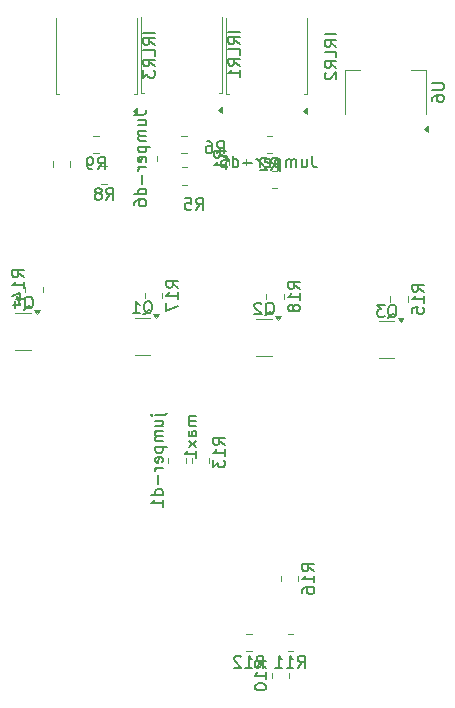
<source format=gbr>
%TF.GenerationSoftware,KiCad,Pcbnew,8.0.5*%
%TF.CreationDate,2024-10-28T11:16:19+03:00*%
%TF.ProjectId,IoTmanager,496f546d-616e-4616-9765-722e6b696361,rev?*%
%TF.SameCoordinates,Original*%
%TF.FileFunction,Legend,Bot*%
%TF.FilePolarity,Positive*%
%FSLAX46Y46*%
G04 Gerber Fmt 4.6, Leading zero omitted, Abs format (unit mm)*
G04 Created by KiCad (PCBNEW 8.0.5) date 2024-10-28 11:16:19*
%MOMM*%
%LPD*%
G01*
G04 APERTURE LIST*
%ADD10C,0.150000*%
%ADD11C,0.120000*%
G04 APERTURE END LIST*
D10*
X94649819Y-98768095D02*
X93983152Y-98768095D01*
X94078390Y-98768095D02*
X94030771Y-98815714D01*
X94030771Y-98815714D02*
X93983152Y-98910952D01*
X93983152Y-98910952D02*
X93983152Y-99053809D01*
X93983152Y-99053809D02*
X94030771Y-99149047D01*
X94030771Y-99149047D02*
X94126009Y-99196666D01*
X94126009Y-99196666D02*
X94649819Y-99196666D01*
X94126009Y-99196666D02*
X94030771Y-99244285D01*
X94030771Y-99244285D02*
X93983152Y-99339523D01*
X93983152Y-99339523D02*
X93983152Y-99482380D01*
X93983152Y-99482380D02*
X94030771Y-99577619D01*
X94030771Y-99577619D02*
X94126009Y-99625238D01*
X94126009Y-99625238D02*
X94649819Y-99625238D01*
X94649819Y-100529999D02*
X94126009Y-100529999D01*
X94126009Y-100529999D02*
X94030771Y-100482380D01*
X94030771Y-100482380D02*
X93983152Y-100387142D01*
X93983152Y-100387142D02*
X93983152Y-100196666D01*
X93983152Y-100196666D02*
X94030771Y-100101428D01*
X94602200Y-100529999D02*
X94649819Y-100434761D01*
X94649819Y-100434761D02*
X94649819Y-100196666D01*
X94649819Y-100196666D02*
X94602200Y-100101428D01*
X94602200Y-100101428D02*
X94506961Y-100053809D01*
X94506961Y-100053809D02*
X94411723Y-100053809D01*
X94411723Y-100053809D02*
X94316485Y-100101428D01*
X94316485Y-100101428D02*
X94268866Y-100196666D01*
X94268866Y-100196666D02*
X94268866Y-100434761D01*
X94268866Y-100434761D02*
X94221247Y-100529999D01*
X94649819Y-100910952D02*
X93983152Y-101434761D01*
X93983152Y-100910952D02*
X94649819Y-101434761D01*
X94649819Y-102339523D02*
X94649819Y-101768095D01*
X94649819Y-102053809D02*
X93649819Y-102053809D01*
X93649819Y-102053809D02*
X93792676Y-101958571D01*
X93792676Y-101958571D02*
X93887914Y-101863333D01*
X93887914Y-101863333D02*
X93935533Y-101768095D01*
X80054819Y-87057142D02*
X79578628Y-86723809D01*
X80054819Y-86485714D02*
X79054819Y-86485714D01*
X79054819Y-86485714D02*
X79054819Y-86866666D01*
X79054819Y-86866666D02*
X79102438Y-86961904D01*
X79102438Y-86961904D02*
X79150057Y-87009523D01*
X79150057Y-87009523D02*
X79245295Y-87057142D01*
X79245295Y-87057142D02*
X79388152Y-87057142D01*
X79388152Y-87057142D02*
X79483390Y-87009523D01*
X79483390Y-87009523D02*
X79531009Y-86961904D01*
X79531009Y-86961904D02*
X79578628Y-86866666D01*
X79578628Y-86866666D02*
X79578628Y-86485714D01*
X80054819Y-88009523D02*
X80054819Y-87438095D01*
X80054819Y-87723809D02*
X79054819Y-87723809D01*
X79054819Y-87723809D02*
X79197676Y-87628571D01*
X79197676Y-87628571D02*
X79292914Y-87533333D01*
X79292914Y-87533333D02*
X79340533Y-87438095D01*
X79388152Y-88866666D02*
X80054819Y-88866666D01*
X79007200Y-88628571D02*
X79721485Y-88390476D01*
X79721485Y-88390476D02*
X79721485Y-89009523D01*
X106499819Y-66494048D02*
X105499819Y-66494048D01*
X106499819Y-67541666D02*
X106023628Y-67208333D01*
X106499819Y-66970238D02*
X105499819Y-66970238D01*
X105499819Y-66970238D02*
X105499819Y-67351190D01*
X105499819Y-67351190D02*
X105547438Y-67446428D01*
X105547438Y-67446428D02*
X105595057Y-67494047D01*
X105595057Y-67494047D02*
X105690295Y-67541666D01*
X105690295Y-67541666D02*
X105833152Y-67541666D01*
X105833152Y-67541666D02*
X105928390Y-67494047D01*
X105928390Y-67494047D02*
X105976009Y-67446428D01*
X105976009Y-67446428D02*
X106023628Y-67351190D01*
X106023628Y-67351190D02*
X106023628Y-66970238D01*
X106499819Y-68446428D02*
X106499819Y-67970238D01*
X106499819Y-67970238D02*
X105499819Y-67970238D01*
X106499819Y-69351190D02*
X106023628Y-69017857D01*
X106499819Y-68779762D02*
X105499819Y-68779762D01*
X105499819Y-68779762D02*
X105499819Y-69160714D01*
X105499819Y-69160714D02*
X105547438Y-69255952D01*
X105547438Y-69255952D02*
X105595057Y-69303571D01*
X105595057Y-69303571D02*
X105690295Y-69351190D01*
X105690295Y-69351190D02*
X105833152Y-69351190D01*
X105833152Y-69351190D02*
X105928390Y-69303571D01*
X105928390Y-69303571D02*
X105976009Y-69255952D01*
X105976009Y-69255952D02*
X106023628Y-69160714D01*
X106023628Y-69160714D02*
X106023628Y-68779762D01*
X105595057Y-69732143D02*
X105547438Y-69779762D01*
X105547438Y-69779762D02*
X105499819Y-69875000D01*
X105499819Y-69875000D02*
X105499819Y-70113095D01*
X105499819Y-70113095D02*
X105547438Y-70208333D01*
X105547438Y-70208333D02*
X105595057Y-70255952D01*
X105595057Y-70255952D02*
X105690295Y-70303571D01*
X105690295Y-70303571D02*
X105785533Y-70303571D01*
X105785533Y-70303571D02*
X105928390Y-70255952D01*
X105928390Y-70255952D02*
X106499819Y-69684524D01*
X106499819Y-69684524D02*
X106499819Y-70303571D01*
X91119819Y-66354048D02*
X90119819Y-66354048D01*
X91119819Y-67401666D02*
X90643628Y-67068333D01*
X91119819Y-66830238D02*
X90119819Y-66830238D01*
X90119819Y-66830238D02*
X90119819Y-67211190D01*
X90119819Y-67211190D02*
X90167438Y-67306428D01*
X90167438Y-67306428D02*
X90215057Y-67354047D01*
X90215057Y-67354047D02*
X90310295Y-67401666D01*
X90310295Y-67401666D02*
X90453152Y-67401666D01*
X90453152Y-67401666D02*
X90548390Y-67354047D01*
X90548390Y-67354047D02*
X90596009Y-67306428D01*
X90596009Y-67306428D02*
X90643628Y-67211190D01*
X90643628Y-67211190D02*
X90643628Y-66830238D01*
X91119819Y-68306428D02*
X91119819Y-67830238D01*
X91119819Y-67830238D02*
X90119819Y-67830238D01*
X91119819Y-69211190D02*
X90643628Y-68877857D01*
X91119819Y-68639762D02*
X90119819Y-68639762D01*
X90119819Y-68639762D02*
X90119819Y-69020714D01*
X90119819Y-69020714D02*
X90167438Y-69115952D01*
X90167438Y-69115952D02*
X90215057Y-69163571D01*
X90215057Y-69163571D02*
X90310295Y-69211190D01*
X90310295Y-69211190D02*
X90453152Y-69211190D01*
X90453152Y-69211190D02*
X90548390Y-69163571D01*
X90548390Y-69163571D02*
X90596009Y-69115952D01*
X90596009Y-69115952D02*
X90643628Y-69020714D01*
X90643628Y-69020714D02*
X90643628Y-68639762D01*
X90119819Y-69544524D02*
X90119819Y-70163571D01*
X90119819Y-70163571D02*
X90500771Y-69830238D01*
X90500771Y-69830238D02*
X90500771Y-69973095D01*
X90500771Y-69973095D02*
X90548390Y-70068333D01*
X90548390Y-70068333D02*
X90596009Y-70115952D01*
X90596009Y-70115952D02*
X90691247Y-70163571D01*
X90691247Y-70163571D02*
X90929342Y-70163571D01*
X90929342Y-70163571D02*
X91024580Y-70115952D01*
X91024580Y-70115952D02*
X91072200Y-70068333D01*
X91072200Y-70068333D02*
X91119819Y-69973095D01*
X91119819Y-69973095D02*
X91119819Y-69687381D01*
X91119819Y-69687381D02*
X91072200Y-69592143D01*
X91072200Y-69592143D02*
X91024580Y-69544524D01*
X93104819Y-87944642D02*
X92628628Y-87611309D01*
X93104819Y-87373214D02*
X92104819Y-87373214D01*
X92104819Y-87373214D02*
X92104819Y-87754166D01*
X92104819Y-87754166D02*
X92152438Y-87849404D01*
X92152438Y-87849404D02*
X92200057Y-87897023D01*
X92200057Y-87897023D02*
X92295295Y-87944642D01*
X92295295Y-87944642D02*
X92438152Y-87944642D01*
X92438152Y-87944642D02*
X92533390Y-87897023D01*
X92533390Y-87897023D02*
X92581009Y-87849404D01*
X92581009Y-87849404D02*
X92628628Y-87754166D01*
X92628628Y-87754166D02*
X92628628Y-87373214D01*
X93104819Y-88897023D02*
X93104819Y-88325595D01*
X93104819Y-88611309D02*
X92104819Y-88611309D01*
X92104819Y-88611309D02*
X92247676Y-88516071D01*
X92247676Y-88516071D02*
X92342914Y-88420833D01*
X92342914Y-88420833D02*
X92390533Y-88325595D01*
X92104819Y-89230357D02*
X92104819Y-89897023D01*
X92104819Y-89897023D02*
X93104819Y-89468452D01*
X113904819Y-88269642D02*
X113428628Y-87936309D01*
X113904819Y-87698214D02*
X112904819Y-87698214D01*
X112904819Y-87698214D02*
X112904819Y-88079166D01*
X112904819Y-88079166D02*
X112952438Y-88174404D01*
X112952438Y-88174404D02*
X113000057Y-88222023D01*
X113000057Y-88222023D02*
X113095295Y-88269642D01*
X113095295Y-88269642D02*
X113238152Y-88269642D01*
X113238152Y-88269642D02*
X113333390Y-88222023D01*
X113333390Y-88222023D02*
X113381009Y-88174404D01*
X113381009Y-88174404D02*
X113428628Y-88079166D01*
X113428628Y-88079166D02*
X113428628Y-87698214D01*
X113904819Y-89222023D02*
X113904819Y-88650595D01*
X113904819Y-88936309D02*
X112904819Y-88936309D01*
X112904819Y-88936309D02*
X113047676Y-88841071D01*
X113047676Y-88841071D02*
X113142914Y-88745833D01*
X113142914Y-88745833D02*
X113190533Y-88650595D01*
X112904819Y-90126785D02*
X112904819Y-89650595D01*
X112904819Y-89650595D02*
X113381009Y-89602976D01*
X113381009Y-89602976D02*
X113333390Y-89650595D01*
X113333390Y-89650595D02*
X113285771Y-89745833D01*
X113285771Y-89745833D02*
X113285771Y-89983928D01*
X113285771Y-89983928D02*
X113333390Y-90079166D01*
X113333390Y-90079166D02*
X113381009Y-90126785D01*
X113381009Y-90126785D02*
X113476247Y-90174404D01*
X113476247Y-90174404D02*
X113714342Y-90174404D01*
X113714342Y-90174404D02*
X113809580Y-90126785D01*
X113809580Y-90126785D02*
X113857200Y-90079166D01*
X113857200Y-90079166D02*
X113904819Y-89983928D01*
X113904819Y-89983928D02*
X113904819Y-89745833D01*
X113904819Y-89745833D02*
X113857200Y-89650595D01*
X113857200Y-89650595D02*
X113809580Y-89602976D01*
X80057738Y-89800057D02*
X80152976Y-89752438D01*
X80152976Y-89752438D02*
X80248214Y-89657200D01*
X80248214Y-89657200D02*
X80391071Y-89514342D01*
X80391071Y-89514342D02*
X80486309Y-89466723D01*
X80486309Y-89466723D02*
X80581547Y-89466723D01*
X80533928Y-89704819D02*
X80629166Y-89657200D01*
X80629166Y-89657200D02*
X80724404Y-89561961D01*
X80724404Y-89561961D02*
X80772023Y-89371485D01*
X80772023Y-89371485D02*
X80772023Y-89038152D01*
X80772023Y-89038152D02*
X80724404Y-88847676D01*
X80724404Y-88847676D02*
X80629166Y-88752438D01*
X80629166Y-88752438D02*
X80533928Y-88704819D01*
X80533928Y-88704819D02*
X80343452Y-88704819D01*
X80343452Y-88704819D02*
X80248214Y-88752438D01*
X80248214Y-88752438D02*
X80152976Y-88847676D01*
X80152976Y-88847676D02*
X80105357Y-89038152D01*
X80105357Y-89038152D02*
X80105357Y-89371485D01*
X80105357Y-89371485D02*
X80152976Y-89561961D01*
X80152976Y-89561961D02*
X80248214Y-89657200D01*
X80248214Y-89657200D02*
X80343452Y-89704819D01*
X80343452Y-89704819D02*
X80533928Y-89704819D01*
X79248214Y-89038152D02*
X79248214Y-89704819D01*
X79486309Y-88657200D02*
X79724404Y-89371485D01*
X79724404Y-89371485D02*
X79105357Y-89371485D01*
X94606666Y-81354819D02*
X94939999Y-80878628D01*
X95178094Y-81354819D02*
X95178094Y-80354819D01*
X95178094Y-80354819D02*
X94797142Y-80354819D01*
X94797142Y-80354819D02*
X94701904Y-80402438D01*
X94701904Y-80402438D02*
X94654285Y-80450057D01*
X94654285Y-80450057D02*
X94606666Y-80545295D01*
X94606666Y-80545295D02*
X94606666Y-80688152D01*
X94606666Y-80688152D02*
X94654285Y-80783390D01*
X94654285Y-80783390D02*
X94701904Y-80831009D01*
X94701904Y-80831009D02*
X94797142Y-80878628D01*
X94797142Y-80878628D02*
X95178094Y-80878628D01*
X93701904Y-80354819D02*
X94178094Y-80354819D01*
X94178094Y-80354819D02*
X94225713Y-80831009D01*
X94225713Y-80831009D02*
X94178094Y-80783390D01*
X94178094Y-80783390D02*
X94082856Y-80735771D01*
X94082856Y-80735771D02*
X93844761Y-80735771D01*
X93844761Y-80735771D02*
X93749523Y-80783390D01*
X93749523Y-80783390D02*
X93701904Y-80831009D01*
X93701904Y-80831009D02*
X93654285Y-80926247D01*
X93654285Y-80926247D02*
X93654285Y-81164342D01*
X93654285Y-81164342D02*
X93701904Y-81259580D01*
X93701904Y-81259580D02*
X93749523Y-81307200D01*
X93749523Y-81307200D02*
X93844761Y-81354819D01*
X93844761Y-81354819D02*
X94082856Y-81354819D01*
X94082856Y-81354819D02*
X94178094Y-81307200D01*
X94178094Y-81307200D02*
X94225713Y-81259580D01*
X100564819Y-120124642D02*
X100088628Y-119791309D01*
X100564819Y-119553214D02*
X99564819Y-119553214D01*
X99564819Y-119553214D02*
X99564819Y-119934166D01*
X99564819Y-119934166D02*
X99612438Y-120029404D01*
X99612438Y-120029404D02*
X99660057Y-120077023D01*
X99660057Y-120077023D02*
X99755295Y-120124642D01*
X99755295Y-120124642D02*
X99898152Y-120124642D01*
X99898152Y-120124642D02*
X99993390Y-120077023D01*
X99993390Y-120077023D02*
X100041009Y-120029404D01*
X100041009Y-120029404D02*
X100088628Y-119934166D01*
X100088628Y-119934166D02*
X100088628Y-119553214D01*
X100564819Y-121077023D02*
X100564819Y-120505595D01*
X100564819Y-120791309D02*
X99564819Y-120791309D01*
X99564819Y-120791309D02*
X99707676Y-120696071D01*
X99707676Y-120696071D02*
X99802914Y-120600833D01*
X99802914Y-120600833D02*
X99850533Y-120505595D01*
X99564819Y-121696071D02*
X99564819Y-121791309D01*
X99564819Y-121791309D02*
X99612438Y-121886547D01*
X99612438Y-121886547D02*
X99660057Y-121934166D01*
X99660057Y-121934166D02*
X99755295Y-121981785D01*
X99755295Y-121981785D02*
X99945771Y-122029404D01*
X99945771Y-122029404D02*
X100183866Y-122029404D01*
X100183866Y-122029404D02*
X100374342Y-121981785D01*
X100374342Y-121981785D02*
X100469580Y-121934166D01*
X100469580Y-121934166D02*
X100517200Y-121886547D01*
X100517200Y-121886547D02*
X100564819Y-121791309D01*
X100564819Y-121791309D02*
X100564819Y-121696071D01*
X100564819Y-121696071D02*
X100517200Y-121600833D01*
X100517200Y-121600833D02*
X100469580Y-121553214D01*
X100469580Y-121553214D02*
X100374342Y-121505595D01*
X100374342Y-121505595D02*
X100183866Y-121457976D01*
X100183866Y-121457976D02*
X99945771Y-121457976D01*
X99945771Y-121457976D02*
X99755295Y-121505595D01*
X99755295Y-121505595D02*
X99660057Y-121553214D01*
X99660057Y-121553214D02*
X99612438Y-121600833D01*
X99612438Y-121600833D02*
X99564819Y-121696071D01*
X91138152Y-98730357D02*
X91995295Y-98730357D01*
X91995295Y-98730357D02*
X92090533Y-98682738D01*
X92090533Y-98682738D02*
X92138152Y-98587500D01*
X92138152Y-98587500D02*
X92138152Y-98539881D01*
X90804819Y-98730357D02*
X90852438Y-98682738D01*
X90852438Y-98682738D02*
X90900057Y-98730357D01*
X90900057Y-98730357D02*
X90852438Y-98777976D01*
X90852438Y-98777976D02*
X90804819Y-98730357D01*
X90804819Y-98730357D02*
X90900057Y-98730357D01*
X91138152Y-99635118D02*
X91804819Y-99635118D01*
X91138152Y-99206547D02*
X91661961Y-99206547D01*
X91661961Y-99206547D02*
X91757200Y-99254166D01*
X91757200Y-99254166D02*
X91804819Y-99349404D01*
X91804819Y-99349404D02*
X91804819Y-99492261D01*
X91804819Y-99492261D02*
X91757200Y-99587499D01*
X91757200Y-99587499D02*
X91709580Y-99635118D01*
X91804819Y-100111309D02*
X91138152Y-100111309D01*
X91233390Y-100111309D02*
X91185771Y-100158928D01*
X91185771Y-100158928D02*
X91138152Y-100254166D01*
X91138152Y-100254166D02*
X91138152Y-100397023D01*
X91138152Y-100397023D02*
X91185771Y-100492261D01*
X91185771Y-100492261D02*
X91281009Y-100539880D01*
X91281009Y-100539880D02*
X91804819Y-100539880D01*
X91281009Y-100539880D02*
X91185771Y-100587499D01*
X91185771Y-100587499D02*
X91138152Y-100682737D01*
X91138152Y-100682737D02*
X91138152Y-100825594D01*
X91138152Y-100825594D02*
X91185771Y-100920833D01*
X91185771Y-100920833D02*
X91281009Y-100968452D01*
X91281009Y-100968452D02*
X91804819Y-100968452D01*
X91138152Y-101444642D02*
X92138152Y-101444642D01*
X91185771Y-101444642D02*
X91138152Y-101539880D01*
X91138152Y-101539880D02*
X91138152Y-101730356D01*
X91138152Y-101730356D02*
X91185771Y-101825594D01*
X91185771Y-101825594D02*
X91233390Y-101873213D01*
X91233390Y-101873213D02*
X91328628Y-101920832D01*
X91328628Y-101920832D02*
X91614342Y-101920832D01*
X91614342Y-101920832D02*
X91709580Y-101873213D01*
X91709580Y-101873213D02*
X91757200Y-101825594D01*
X91757200Y-101825594D02*
X91804819Y-101730356D01*
X91804819Y-101730356D02*
X91804819Y-101539880D01*
X91804819Y-101539880D02*
X91757200Y-101444642D01*
X91757200Y-102730356D02*
X91804819Y-102635118D01*
X91804819Y-102635118D02*
X91804819Y-102444642D01*
X91804819Y-102444642D02*
X91757200Y-102349404D01*
X91757200Y-102349404D02*
X91661961Y-102301785D01*
X91661961Y-102301785D02*
X91281009Y-102301785D01*
X91281009Y-102301785D02*
X91185771Y-102349404D01*
X91185771Y-102349404D02*
X91138152Y-102444642D01*
X91138152Y-102444642D02*
X91138152Y-102635118D01*
X91138152Y-102635118D02*
X91185771Y-102730356D01*
X91185771Y-102730356D02*
X91281009Y-102777975D01*
X91281009Y-102777975D02*
X91376247Y-102777975D01*
X91376247Y-102777975D02*
X91471485Y-102301785D01*
X91804819Y-103206547D02*
X91138152Y-103206547D01*
X91328628Y-103206547D02*
X91233390Y-103254166D01*
X91233390Y-103254166D02*
X91185771Y-103301785D01*
X91185771Y-103301785D02*
X91138152Y-103397023D01*
X91138152Y-103397023D02*
X91138152Y-103492261D01*
X91423866Y-103825595D02*
X91423866Y-104587500D01*
X91804819Y-105492261D02*
X90804819Y-105492261D01*
X91757200Y-105492261D02*
X91804819Y-105397023D01*
X91804819Y-105397023D02*
X91804819Y-105206547D01*
X91804819Y-105206547D02*
X91757200Y-105111309D01*
X91757200Y-105111309D02*
X91709580Y-105063690D01*
X91709580Y-105063690D02*
X91614342Y-105016071D01*
X91614342Y-105016071D02*
X91328628Y-105016071D01*
X91328628Y-105016071D02*
X91233390Y-105063690D01*
X91233390Y-105063690D02*
X91185771Y-105111309D01*
X91185771Y-105111309D02*
X91138152Y-105206547D01*
X91138152Y-105206547D02*
X91138152Y-105397023D01*
X91138152Y-105397023D02*
X91185771Y-105492261D01*
X91804819Y-106492261D02*
X91804819Y-105920833D01*
X91804819Y-106206547D02*
X90804819Y-106206547D01*
X90804819Y-106206547D02*
X90947676Y-106111309D01*
X90947676Y-106111309D02*
X91042914Y-106016071D01*
X91042914Y-106016071D02*
X91090533Y-105920833D01*
X103230357Y-120104819D02*
X103563690Y-119628628D01*
X103801785Y-120104819D02*
X103801785Y-119104819D01*
X103801785Y-119104819D02*
X103420833Y-119104819D01*
X103420833Y-119104819D02*
X103325595Y-119152438D01*
X103325595Y-119152438D02*
X103277976Y-119200057D01*
X103277976Y-119200057D02*
X103230357Y-119295295D01*
X103230357Y-119295295D02*
X103230357Y-119438152D01*
X103230357Y-119438152D02*
X103277976Y-119533390D01*
X103277976Y-119533390D02*
X103325595Y-119581009D01*
X103325595Y-119581009D02*
X103420833Y-119628628D01*
X103420833Y-119628628D02*
X103801785Y-119628628D01*
X102277976Y-120104819D02*
X102849404Y-120104819D01*
X102563690Y-120104819D02*
X102563690Y-119104819D01*
X102563690Y-119104819D02*
X102658928Y-119247676D01*
X102658928Y-119247676D02*
X102754166Y-119342914D01*
X102754166Y-119342914D02*
X102849404Y-119390533D01*
X101325595Y-120104819D02*
X101897023Y-120104819D01*
X101611309Y-120104819D02*
X101611309Y-119104819D01*
X101611309Y-119104819D02*
X101706547Y-119247676D01*
X101706547Y-119247676D02*
X101801785Y-119342914D01*
X101801785Y-119342914D02*
X101897023Y-119390533D01*
X97054819Y-101257142D02*
X96578628Y-100923809D01*
X97054819Y-100685714D02*
X96054819Y-100685714D01*
X96054819Y-100685714D02*
X96054819Y-101066666D01*
X96054819Y-101066666D02*
X96102438Y-101161904D01*
X96102438Y-101161904D02*
X96150057Y-101209523D01*
X96150057Y-101209523D02*
X96245295Y-101257142D01*
X96245295Y-101257142D02*
X96388152Y-101257142D01*
X96388152Y-101257142D02*
X96483390Y-101209523D01*
X96483390Y-101209523D02*
X96531009Y-101161904D01*
X96531009Y-101161904D02*
X96578628Y-101066666D01*
X96578628Y-101066666D02*
X96578628Y-100685714D01*
X97054819Y-102209523D02*
X97054819Y-101638095D01*
X97054819Y-101923809D02*
X96054819Y-101923809D01*
X96054819Y-101923809D02*
X96197676Y-101828571D01*
X96197676Y-101828571D02*
X96292914Y-101733333D01*
X96292914Y-101733333D02*
X96340533Y-101638095D01*
X96054819Y-102542857D02*
X96054819Y-103161904D01*
X96054819Y-103161904D02*
X96435771Y-102828571D01*
X96435771Y-102828571D02*
X96435771Y-102971428D01*
X96435771Y-102971428D02*
X96483390Y-103066666D01*
X96483390Y-103066666D02*
X96531009Y-103114285D01*
X96531009Y-103114285D02*
X96626247Y-103161904D01*
X96626247Y-103161904D02*
X96864342Y-103161904D01*
X96864342Y-103161904D02*
X96959580Y-103114285D01*
X96959580Y-103114285D02*
X97007200Y-103066666D01*
X97007200Y-103066666D02*
X97054819Y-102971428D01*
X97054819Y-102971428D02*
X97054819Y-102685714D01*
X97054819Y-102685714D02*
X97007200Y-102590476D01*
X97007200Y-102590476D02*
X96959580Y-102542857D01*
X100981666Y-77954819D02*
X101314999Y-77478628D01*
X101553094Y-77954819D02*
X101553094Y-76954819D01*
X101553094Y-76954819D02*
X101172142Y-76954819D01*
X101172142Y-76954819D02*
X101076904Y-77002438D01*
X101076904Y-77002438D02*
X101029285Y-77050057D01*
X101029285Y-77050057D02*
X100981666Y-77145295D01*
X100981666Y-77145295D02*
X100981666Y-77288152D01*
X100981666Y-77288152D02*
X101029285Y-77383390D01*
X101029285Y-77383390D02*
X101076904Y-77431009D01*
X101076904Y-77431009D02*
X101172142Y-77478628D01*
X101172142Y-77478628D02*
X101553094Y-77478628D01*
X100600713Y-77050057D02*
X100553094Y-77002438D01*
X100553094Y-77002438D02*
X100457856Y-76954819D01*
X100457856Y-76954819D02*
X100219761Y-76954819D01*
X100219761Y-76954819D02*
X100124523Y-77002438D01*
X100124523Y-77002438D02*
X100076904Y-77050057D01*
X100076904Y-77050057D02*
X100029285Y-77145295D01*
X100029285Y-77145295D02*
X100029285Y-77240533D01*
X100029285Y-77240533D02*
X100076904Y-77383390D01*
X100076904Y-77383390D02*
X100648332Y-77954819D01*
X100648332Y-77954819D02*
X100029285Y-77954819D01*
X98314819Y-66279048D02*
X97314819Y-66279048D01*
X98314819Y-67326666D02*
X97838628Y-66993333D01*
X98314819Y-66755238D02*
X97314819Y-66755238D01*
X97314819Y-66755238D02*
X97314819Y-67136190D01*
X97314819Y-67136190D02*
X97362438Y-67231428D01*
X97362438Y-67231428D02*
X97410057Y-67279047D01*
X97410057Y-67279047D02*
X97505295Y-67326666D01*
X97505295Y-67326666D02*
X97648152Y-67326666D01*
X97648152Y-67326666D02*
X97743390Y-67279047D01*
X97743390Y-67279047D02*
X97791009Y-67231428D01*
X97791009Y-67231428D02*
X97838628Y-67136190D01*
X97838628Y-67136190D02*
X97838628Y-66755238D01*
X98314819Y-68231428D02*
X98314819Y-67755238D01*
X98314819Y-67755238D02*
X97314819Y-67755238D01*
X98314819Y-69136190D02*
X97838628Y-68802857D01*
X98314819Y-68564762D02*
X97314819Y-68564762D01*
X97314819Y-68564762D02*
X97314819Y-68945714D01*
X97314819Y-68945714D02*
X97362438Y-69040952D01*
X97362438Y-69040952D02*
X97410057Y-69088571D01*
X97410057Y-69088571D02*
X97505295Y-69136190D01*
X97505295Y-69136190D02*
X97648152Y-69136190D01*
X97648152Y-69136190D02*
X97743390Y-69088571D01*
X97743390Y-69088571D02*
X97791009Y-69040952D01*
X97791009Y-69040952D02*
X97838628Y-68945714D01*
X97838628Y-68945714D02*
X97838628Y-68564762D01*
X98314819Y-70088571D02*
X98314819Y-69517143D01*
X98314819Y-69802857D02*
X97314819Y-69802857D01*
X97314819Y-69802857D02*
X97457676Y-69707619D01*
X97457676Y-69707619D02*
X97552914Y-69612381D01*
X97552914Y-69612381D02*
X97600533Y-69517143D01*
X110857738Y-90500057D02*
X110952976Y-90452438D01*
X110952976Y-90452438D02*
X111048214Y-90357200D01*
X111048214Y-90357200D02*
X111191071Y-90214342D01*
X111191071Y-90214342D02*
X111286309Y-90166723D01*
X111286309Y-90166723D02*
X111381547Y-90166723D01*
X111333928Y-90404819D02*
X111429166Y-90357200D01*
X111429166Y-90357200D02*
X111524404Y-90261961D01*
X111524404Y-90261961D02*
X111572023Y-90071485D01*
X111572023Y-90071485D02*
X111572023Y-89738152D01*
X111572023Y-89738152D02*
X111524404Y-89547676D01*
X111524404Y-89547676D02*
X111429166Y-89452438D01*
X111429166Y-89452438D02*
X111333928Y-89404819D01*
X111333928Y-89404819D02*
X111143452Y-89404819D01*
X111143452Y-89404819D02*
X111048214Y-89452438D01*
X111048214Y-89452438D02*
X110952976Y-89547676D01*
X110952976Y-89547676D02*
X110905357Y-89738152D01*
X110905357Y-89738152D02*
X110905357Y-90071485D01*
X110905357Y-90071485D02*
X110952976Y-90261961D01*
X110952976Y-90261961D02*
X111048214Y-90357200D01*
X111048214Y-90357200D02*
X111143452Y-90404819D01*
X111143452Y-90404819D02*
X111333928Y-90404819D01*
X110572023Y-89404819D02*
X109952976Y-89404819D01*
X109952976Y-89404819D02*
X110286309Y-89785771D01*
X110286309Y-89785771D02*
X110143452Y-89785771D01*
X110143452Y-89785771D02*
X110048214Y-89833390D01*
X110048214Y-89833390D02*
X110000595Y-89881009D01*
X110000595Y-89881009D02*
X109952976Y-89976247D01*
X109952976Y-89976247D02*
X109952976Y-90214342D01*
X109952976Y-90214342D02*
X110000595Y-90309580D01*
X110000595Y-90309580D02*
X110048214Y-90357200D01*
X110048214Y-90357200D02*
X110143452Y-90404819D01*
X110143452Y-90404819D02*
X110429166Y-90404819D01*
X110429166Y-90404819D02*
X110524404Y-90357200D01*
X110524404Y-90357200D02*
X110572023Y-90309580D01*
X100457738Y-90300057D02*
X100552976Y-90252438D01*
X100552976Y-90252438D02*
X100648214Y-90157200D01*
X100648214Y-90157200D02*
X100791071Y-90014342D01*
X100791071Y-90014342D02*
X100886309Y-89966723D01*
X100886309Y-89966723D02*
X100981547Y-89966723D01*
X100933928Y-90204819D02*
X101029166Y-90157200D01*
X101029166Y-90157200D02*
X101124404Y-90061961D01*
X101124404Y-90061961D02*
X101172023Y-89871485D01*
X101172023Y-89871485D02*
X101172023Y-89538152D01*
X101172023Y-89538152D02*
X101124404Y-89347676D01*
X101124404Y-89347676D02*
X101029166Y-89252438D01*
X101029166Y-89252438D02*
X100933928Y-89204819D01*
X100933928Y-89204819D02*
X100743452Y-89204819D01*
X100743452Y-89204819D02*
X100648214Y-89252438D01*
X100648214Y-89252438D02*
X100552976Y-89347676D01*
X100552976Y-89347676D02*
X100505357Y-89538152D01*
X100505357Y-89538152D02*
X100505357Y-89871485D01*
X100505357Y-89871485D02*
X100552976Y-90061961D01*
X100552976Y-90061961D02*
X100648214Y-90157200D01*
X100648214Y-90157200D02*
X100743452Y-90204819D01*
X100743452Y-90204819D02*
X100933928Y-90204819D01*
X100124404Y-89300057D02*
X100076785Y-89252438D01*
X100076785Y-89252438D02*
X99981547Y-89204819D01*
X99981547Y-89204819D02*
X99743452Y-89204819D01*
X99743452Y-89204819D02*
X99648214Y-89252438D01*
X99648214Y-89252438D02*
X99600595Y-89300057D01*
X99600595Y-89300057D02*
X99552976Y-89395295D01*
X99552976Y-89395295D02*
X99552976Y-89490533D01*
X99552976Y-89490533D02*
X99600595Y-89633390D01*
X99600595Y-89633390D02*
X100172023Y-90204819D01*
X100172023Y-90204819D02*
X99552976Y-90204819D01*
X114594819Y-70628095D02*
X115404342Y-70628095D01*
X115404342Y-70628095D02*
X115499580Y-70675714D01*
X115499580Y-70675714D02*
X115547200Y-70723333D01*
X115547200Y-70723333D02*
X115594819Y-70818571D01*
X115594819Y-70818571D02*
X115594819Y-71009047D01*
X115594819Y-71009047D02*
X115547200Y-71104285D01*
X115547200Y-71104285D02*
X115499580Y-71151904D01*
X115499580Y-71151904D02*
X115404342Y-71199523D01*
X115404342Y-71199523D02*
X114594819Y-71199523D01*
X114594819Y-72104285D02*
X114594819Y-71913809D01*
X114594819Y-71913809D02*
X114642438Y-71818571D01*
X114642438Y-71818571D02*
X114690057Y-71770952D01*
X114690057Y-71770952D02*
X114832914Y-71675714D01*
X114832914Y-71675714D02*
X115023390Y-71628095D01*
X115023390Y-71628095D02*
X115404342Y-71628095D01*
X115404342Y-71628095D02*
X115499580Y-71675714D01*
X115499580Y-71675714D02*
X115547200Y-71723333D01*
X115547200Y-71723333D02*
X115594819Y-71818571D01*
X115594819Y-71818571D02*
X115594819Y-72009047D01*
X115594819Y-72009047D02*
X115547200Y-72104285D01*
X115547200Y-72104285D02*
X115499580Y-72151904D01*
X115499580Y-72151904D02*
X115404342Y-72199523D01*
X115404342Y-72199523D02*
X115166247Y-72199523D01*
X115166247Y-72199523D02*
X115071009Y-72151904D01*
X115071009Y-72151904D02*
X115023390Y-72104285D01*
X115023390Y-72104285D02*
X114975771Y-72009047D01*
X114975771Y-72009047D02*
X114975771Y-71818571D01*
X114975771Y-71818571D02*
X115023390Y-71723333D01*
X115023390Y-71723333D02*
X115071009Y-71675714D01*
X115071009Y-71675714D02*
X115166247Y-71628095D01*
X86994166Y-80504819D02*
X87327499Y-80028628D01*
X87565594Y-80504819D02*
X87565594Y-79504819D01*
X87565594Y-79504819D02*
X87184642Y-79504819D01*
X87184642Y-79504819D02*
X87089404Y-79552438D01*
X87089404Y-79552438D02*
X87041785Y-79600057D01*
X87041785Y-79600057D02*
X86994166Y-79695295D01*
X86994166Y-79695295D02*
X86994166Y-79838152D01*
X86994166Y-79838152D02*
X87041785Y-79933390D01*
X87041785Y-79933390D02*
X87089404Y-79981009D01*
X87089404Y-79981009D02*
X87184642Y-80028628D01*
X87184642Y-80028628D02*
X87565594Y-80028628D01*
X86422737Y-79933390D02*
X86517975Y-79885771D01*
X86517975Y-79885771D02*
X86565594Y-79838152D01*
X86565594Y-79838152D02*
X86613213Y-79742914D01*
X86613213Y-79742914D02*
X86613213Y-79695295D01*
X86613213Y-79695295D02*
X86565594Y-79600057D01*
X86565594Y-79600057D02*
X86517975Y-79552438D01*
X86517975Y-79552438D02*
X86422737Y-79504819D01*
X86422737Y-79504819D02*
X86232261Y-79504819D01*
X86232261Y-79504819D02*
X86137023Y-79552438D01*
X86137023Y-79552438D02*
X86089404Y-79600057D01*
X86089404Y-79600057D02*
X86041785Y-79695295D01*
X86041785Y-79695295D02*
X86041785Y-79742914D01*
X86041785Y-79742914D02*
X86089404Y-79838152D01*
X86089404Y-79838152D02*
X86137023Y-79885771D01*
X86137023Y-79885771D02*
X86232261Y-79933390D01*
X86232261Y-79933390D02*
X86422737Y-79933390D01*
X86422737Y-79933390D02*
X86517975Y-79981009D01*
X86517975Y-79981009D02*
X86565594Y-80028628D01*
X86565594Y-80028628D02*
X86613213Y-80123866D01*
X86613213Y-80123866D02*
X86613213Y-80314342D01*
X86613213Y-80314342D02*
X86565594Y-80409580D01*
X86565594Y-80409580D02*
X86517975Y-80457200D01*
X86517975Y-80457200D02*
X86422737Y-80504819D01*
X86422737Y-80504819D02*
X86232261Y-80504819D01*
X86232261Y-80504819D02*
X86137023Y-80457200D01*
X86137023Y-80457200D02*
X86089404Y-80409580D01*
X86089404Y-80409580D02*
X86041785Y-80314342D01*
X86041785Y-80314342D02*
X86041785Y-80123866D01*
X86041785Y-80123866D02*
X86089404Y-80028628D01*
X86089404Y-80028628D02*
X86137023Y-79981009D01*
X86137023Y-79981009D02*
X86232261Y-79933390D01*
X90157738Y-90200057D02*
X90252976Y-90152438D01*
X90252976Y-90152438D02*
X90348214Y-90057200D01*
X90348214Y-90057200D02*
X90491071Y-89914342D01*
X90491071Y-89914342D02*
X90586309Y-89866723D01*
X90586309Y-89866723D02*
X90681547Y-89866723D01*
X90633928Y-90104819D02*
X90729166Y-90057200D01*
X90729166Y-90057200D02*
X90824404Y-89961961D01*
X90824404Y-89961961D02*
X90872023Y-89771485D01*
X90872023Y-89771485D02*
X90872023Y-89438152D01*
X90872023Y-89438152D02*
X90824404Y-89247676D01*
X90824404Y-89247676D02*
X90729166Y-89152438D01*
X90729166Y-89152438D02*
X90633928Y-89104819D01*
X90633928Y-89104819D02*
X90443452Y-89104819D01*
X90443452Y-89104819D02*
X90348214Y-89152438D01*
X90348214Y-89152438D02*
X90252976Y-89247676D01*
X90252976Y-89247676D02*
X90205357Y-89438152D01*
X90205357Y-89438152D02*
X90205357Y-89771485D01*
X90205357Y-89771485D02*
X90252976Y-89961961D01*
X90252976Y-89961961D02*
X90348214Y-90057200D01*
X90348214Y-90057200D02*
X90443452Y-90104819D01*
X90443452Y-90104819D02*
X90633928Y-90104819D01*
X89252976Y-90104819D02*
X89824404Y-90104819D01*
X89538690Y-90104819D02*
X89538690Y-89104819D01*
X89538690Y-89104819D02*
X89633928Y-89247676D01*
X89633928Y-89247676D02*
X89729166Y-89342914D01*
X89729166Y-89342914D02*
X89824404Y-89390533D01*
X96379166Y-76554819D02*
X96712499Y-76078628D01*
X96950594Y-76554819D02*
X96950594Y-75554819D01*
X96950594Y-75554819D02*
X96569642Y-75554819D01*
X96569642Y-75554819D02*
X96474404Y-75602438D01*
X96474404Y-75602438D02*
X96426785Y-75650057D01*
X96426785Y-75650057D02*
X96379166Y-75745295D01*
X96379166Y-75745295D02*
X96379166Y-75888152D01*
X96379166Y-75888152D02*
X96426785Y-75983390D01*
X96426785Y-75983390D02*
X96474404Y-76031009D01*
X96474404Y-76031009D02*
X96569642Y-76078628D01*
X96569642Y-76078628D02*
X96950594Y-76078628D01*
X95522023Y-75554819D02*
X95712499Y-75554819D01*
X95712499Y-75554819D02*
X95807737Y-75602438D01*
X95807737Y-75602438D02*
X95855356Y-75650057D01*
X95855356Y-75650057D02*
X95950594Y-75792914D01*
X95950594Y-75792914D02*
X95998213Y-75983390D01*
X95998213Y-75983390D02*
X95998213Y-76364342D01*
X95998213Y-76364342D02*
X95950594Y-76459580D01*
X95950594Y-76459580D02*
X95902975Y-76507200D01*
X95902975Y-76507200D02*
X95807737Y-76554819D01*
X95807737Y-76554819D02*
X95617261Y-76554819D01*
X95617261Y-76554819D02*
X95522023Y-76507200D01*
X95522023Y-76507200D02*
X95474404Y-76459580D01*
X95474404Y-76459580D02*
X95426785Y-76364342D01*
X95426785Y-76364342D02*
X95426785Y-76126247D01*
X95426785Y-76126247D02*
X95474404Y-76031009D01*
X95474404Y-76031009D02*
X95522023Y-75983390D01*
X95522023Y-75983390D02*
X95617261Y-75935771D01*
X95617261Y-75935771D02*
X95807737Y-75935771D01*
X95807737Y-75935771D02*
X95902975Y-75983390D01*
X95902975Y-75983390D02*
X95950594Y-76031009D01*
X95950594Y-76031009D02*
X95998213Y-76126247D01*
X104466785Y-76754819D02*
X104466785Y-77469104D01*
X104466785Y-77469104D02*
X104514404Y-77611961D01*
X104514404Y-77611961D02*
X104609642Y-77707200D01*
X104609642Y-77707200D02*
X104752499Y-77754819D01*
X104752499Y-77754819D02*
X104847737Y-77754819D01*
X103562023Y-77088152D02*
X103562023Y-77754819D01*
X103990594Y-77088152D02*
X103990594Y-77611961D01*
X103990594Y-77611961D02*
X103942975Y-77707200D01*
X103942975Y-77707200D02*
X103847737Y-77754819D01*
X103847737Y-77754819D02*
X103704880Y-77754819D01*
X103704880Y-77754819D02*
X103609642Y-77707200D01*
X103609642Y-77707200D02*
X103562023Y-77659580D01*
X103085832Y-77754819D02*
X103085832Y-77088152D01*
X103085832Y-77183390D02*
X103038213Y-77135771D01*
X103038213Y-77135771D02*
X102942975Y-77088152D01*
X102942975Y-77088152D02*
X102800118Y-77088152D01*
X102800118Y-77088152D02*
X102704880Y-77135771D01*
X102704880Y-77135771D02*
X102657261Y-77231009D01*
X102657261Y-77231009D02*
X102657261Y-77754819D01*
X102657261Y-77231009D02*
X102609642Y-77135771D01*
X102609642Y-77135771D02*
X102514404Y-77088152D01*
X102514404Y-77088152D02*
X102371547Y-77088152D01*
X102371547Y-77088152D02*
X102276308Y-77135771D01*
X102276308Y-77135771D02*
X102228689Y-77231009D01*
X102228689Y-77231009D02*
X102228689Y-77754819D01*
X101752499Y-77088152D02*
X101752499Y-78088152D01*
X101752499Y-77135771D02*
X101657261Y-77088152D01*
X101657261Y-77088152D02*
X101466785Y-77088152D01*
X101466785Y-77088152D02*
X101371547Y-77135771D01*
X101371547Y-77135771D02*
X101323928Y-77183390D01*
X101323928Y-77183390D02*
X101276309Y-77278628D01*
X101276309Y-77278628D02*
X101276309Y-77564342D01*
X101276309Y-77564342D02*
X101323928Y-77659580D01*
X101323928Y-77659580D02*
X101371547Y-77707200D01*
X101371547Y-77707200D02*
X101466785Y-77754819D01*
X101466785Y-77754819D02*
X101657261Y-77754819D01*
X101657261Y-77754819D02*
X101752499Y-77707200D01*
X100466785Y-77707200D02*
X100562023Y-77754819D01*
X100562023Y-77754819D02*
X100752499Y-77754819D01*
X100752499Y-77754819D02*
X100847737Y-77707200D01*
X100847737Y-77707200D02*
X100895356Y-77611961D01*
X100895356Y-77611961D02*
X100895356Y-77231009D01*
X100895356Y-77231009D02*
X100847737Y-77135771D01*
X100847737Y-77135771D02*
X100752499Y-77088152D01*
X100752499Y-77088152D02*
X100562023Y-77088152D01*
X100562023Y-77088152D02*
X100466785Y-77135771D01*
X100466785Y-77135771D02*
X100419166Y-77231009D01*
X100419166Y-77231009D02*
X100419166Y-77326247D01*
X100419166Y-77326247D02*
X100895356Y-77421485D01*
X99990594Y-77754819D02*
X99990594Y-77088152D01*
X99990594Y-77278628D02*
X99942975Y-77183390D01*
X99942975Y-77183390D02*
X99895356Y-77135771D01*
X99895356Y-77135771D02*
X99800118Y-77088152D01*
X99800118Y-77088152D02*
X99704880Y-77088152D01*
X99371546Y-77373866D02*
X98609642Y-77373866D01*
X97704880Y-77754819D02*
X97704880Y-76754819D01*
X97704880Y-77707200D02*
X97800118Y-77754819D01*
X97800118Y-77754819D02*
X97990594Y-77754819D01*
X97990594Y-77754819D02*
X98085832Y-77707200D01*
X98085832Y-77707200D02*
X98133451Y-77659580D01*
X98133451Y-77659580D02*
X98181070Y-77564342D01*
X98181070Y-77564342D02*
X98181070Y-77278628D01*
X98181070Y-77278628D02*
X98133451Y-77183390D01*
X98133451Y-77183390D02*
X98085832Y-77135771D01*
X98085832Y-77135771D02*
X97990594Y-77088152D01*
X97990594Y-77088152D02*
X97800118Y-77088152D01*
X97800118Y-77088152D02*
X97704880Y-77135771D01*
X96752499Y-76754819D02*
X97228689Y-76754819D01*
X97228689Y-76754819D02*
X97276308Y-77231009D01*
X97276308Y-77231009D02*
X97228689Y-77183390D01*
X97228689Y-77183390D02*
X97133451Y-77135771D01*
X97133451Y-77135771D02*
X96895356Y-77135771D01*
X96895356Y-77135771D02*
X96800118Y-77183390D01*
X96800118Y-77183390D02*
X96752499Y-77231009D01*
X96752499Y-77231009D02*
X96704880Y-77326247D01*
X96704880Y-77326247D02*
X96704880Y-77564342D01*
X96704880Y-77564342D02*
X96752499Y-77659580D01*
X96752499Y-77659580D02*
X96800118Y-77707200D01*
X96800118Y-77707200D02*
X96895356Y-77754819D01*
X96895356Y-77754819D02*
X97133451Y-77754819D01*
X97133451Y-77754819D02*
X97228689Y-77707200D01*
X97228689Y-77707200D02*
X97276308Y-77659580D01*
X99730357Y-120104819D02*
X100063690Y-119628628D01*
X100301785Y-120104819D02*
X100301785Y-119104819D01*
X100301785Y-119104819D02*
X99920833Y-119104819D01*
X99920833Y-119104819D02*
X99825595Y-119152438D01*
X99825595Y-119152438D02*
X99777976Y-119200057D01*
X99777976Y-119200057D02*
X99730357Y-119295295D01*
X99730357Y-119295295D02*
X99730357Y-119438152D01*
X99730357Y-119438152D02*
X99777976Y-119533390D01*
X99777976Y-119533390D02*
X99825595Y-119581009D01*
X99825595Y-119581009D02*
X99920833Y-119628628D01*
X99920833Y-119628628D02*
X100301785Y-119628628D01*
X98777976Y-120104819D02*
X99349404Y-120104819D01*
X99063690Y-120104819D02*
X99063690Y-119104819D01*
X99063690Y-119104819D02*
X99158928Y-119247676D01*
X99158928Y-119247676D02*
X99254166Y-119342914D01*
X99254166Y-119342914D02*
X99349404Y-119390533D01*
X98397023Y-119200057D02*
X98349404Y-119152438D01*
X98349404Y-119152438D02*
X98254166Y-119104819D01*
X98254166Y-119104819D02*
X98016071Y-119104819D01*
X98016071Y-119104819D02*
X97920833Y-119152438D01*
X97920833Y-119152438D02*
X97873214Y-119200057D01*
X97873214Y-119200057D02*
X97825595Y-119295295D01*
X97825595Y-119295295D02*
X97825595Y-119390533D01*
X97825595Y-119390533D02*
X97873214Y-119533390D01*
X97873214Y-119533390D02*
X98444642Y-120104819D01*
X98444642Y-120104819D02*
X97825595Y-120104819D01*
X97119819Y-76933333D02*
X96643628Y-76600000D01*
X97119819Y-76361905D02*
X96119819Y-76361905D01*
X96119819Y-76361905D02*
X96119819Y-76742857D01*
X96119819Y-76742857D02*
X96167438Y-76838095D01*
X96167438Y-76838095D02*
X96215057Y-76885714D01*
X96215057Y-76885714D02*
X96310295Y-76933333D01*
X96310295Y-76933333D02*
X96453152Y-76933333D01*
X96453152Y-76933333D02*
X96548390Y-76885714D01*
X96548390Y-76885714D02*
X96596009Y-76838095D01*
X96596009Y-76838095D02*
X96643628Y-76742857D01*
X96643628Y-76742857D02*
X96643628Y-76361905D01*
X97119819Y-77885714D02*
X97119819Y-77314286D01*
X97119819Y-77600000D02*
X96119819Y-77600000D01*
X96119819Y-77600000D02*
X96262676Y-77504762D01*
X96262676Y-77504762D02*
X96357914Y-77409524D01*
X96357914Y-77409524D02*
X96405533Y-77314286D01*
X89392319Y-73285714D02*
X90106604Y-73285714D01*
X90106604Y-73285714D02*
X90249461Y-73238095D01*
X90249461Y-73238095D02*
X90344700Y-73142857D01*
X90344700Y-73142857D02*
X90392319Y-73000000D01*
X90392319Y-73000000D02*
X90392319Y-72904762D01*
X89725652Y-74190476D02*
X90392319Y-74190476D01*
X89725652Y-73761905D02*
X90249461Y-73761905D01*
X90249461Y-73761905D02*
X90344700Y-73809524D01*
X90344700Y-73809524D02*
X90392319Y-73904762D01*
X90392319Y-73904762D02*
X90392319Y-74047619D01*
X90392319Y-74047619D02*
X90344700Y-74142857D01*
X90344700Y-74142857D02*
X90297080Y-74190476D01*
X90392319Y-74666667D02*
X89725652Y-74666667D01*
X89820890Y-74666667D02*
X89773271Y-74714286D01*
X89773271Y-74714286D02*
X89725652Y-74809524D01*
X89725652Y-74809524D02*
X89725652Y-74952381D01*
X89725652Y-74952381D02*
X89773271Y-75047619D01*
X89773271Y-75047619D02*
X89868509Y-75095238D01*
X89868509Y-75095238D02*
X90392319Y-75095238D01*
X89868509Y-75095238D02*
X89773271Y-75142857D01*
X89773271Y-75142857D02*
X89725652Y-75238095D01*
X89725652Y-75238095D02*
X89725652Y-75380952D01*
X89725652Y-75380952D02*
X89773271Y-75476191D01*
X89773271Y-75476191D02*
X89868509Y-75523810D01*
X89868509Y-75523810D02*
X90392319Y-75523810D01*
X89725652Y-76000000D02*
X90725652Y-76000000D01*
X89773271Y-76000000D02*
X89725652Y-76095238D01*
X89725652Y-76095238D02*
X89725652Y-76285714D01*
X89725652Y-76285714D02*
X89773271Y-76380952D01*
X89773271Y-76380952D02*
X89820890Y-76428571D01*
X89820890Y-76428571D02*
X89916128Y-76476190D01*
X89916128Y-76476190D02*
X90201842Y-76476190D01*
X90201842Y-76476190D02*
X90297080Y-76428571D01*
X90297080Y-76428571D02*
X90344700Y-76380952D01*
X90344700Y-76380952D02*
X90392319Y-76285714D01*
X90392319Y-76285714D02*
X90392319Y-76095238D01*
X90392319Y-76095238D02*
X90344700Y-76000000D01*
X90344700Y-77285714D02*
X90392319Y-77190476D01*
X90392319Y-77190476D02*
X90392319Y-77000000D01*
X90392319Y-77000000D02*
X90344700Y-76904762D01*
X90344700Y-76904762D02*
X90249461Y-76857143D01*
X90249461Y-76857143D02*
X89868509Y-76857143D01*
X89868509Y-76857143D02*
X89773271Y-76904762D01*
X89773271Y-76904762D02*
X89725652Y-77000000D01*
X89725652Y-77000000D02*
X89725652Y-77190476D01*
X89725652Y-77190476D02*
X89773271Y-77285714D01*
X89773271Y-77285714D02*
X89868509Y-77333333D01*
X89868509Y-77333333D02*
X89963747Y-77333333D01*
X89963747Y-77333333D02*
X90058985Y-76857143D01*
X90392319Y-77761905D02*
X89725652Y-77761905D01*
X89916128Y-77761905D02*
X89820890Y-77809524D01*
X89820890Y-77809524D02*
X89773271Y-77857143D01*
X89773271Y-77857143D02*
X89725652Y-77952381D01*
X89725652Y-77952381D02*
X89725652Y-78047619D01*
X90011366Y-78380953D02*
X90011366Y-79142858D01*
X90392319Y-80047619D02*
X89392319Y-80047619D01*
X90344700Y-80047619D02*
X90392319Y-79952381D01*
X90392319Y-79952381D02*
X90392319Y-79761905D01*
X90392319Y-79761905D02*
X90344700Y-79666667D01*
X90344700Y-79666667D02*
X90297080Y-79619048D01*
X90297080Y-79619048D02*
X90201842Y-79571429D01*
X90201842Y-79571429D02*
X89916128Y-79571429D01*
X89916128Y-79571429D02*
X89820890Y-79619048D01*
X89820890Y-79619048D02*
X89773271Y-79666667D01*
X89773271Y-79666667D02*
X89725652Y-79761905D01*
X89725652Y-79761905D02*
X89725652Y-79952381D01*
X89725652Y-79952381D02*
X89773271Y-80047619D01*
X89392319Y-80952381D02*
X89392319Y-80761905D01*
X89392319Y-80761905D02*
X89439938Y-80666667D01*
X89439938Y-80666667D02*
X89487557Y-80619048D01*
X89487557Y-80619048D02*
X89630414Y-80523810D01*
X89630414Y-80523810D02*
X89820890Y-80476191D01*
X89820890Y-80476191D02*
X90201842Y-80476191D01*
X90201842Y-80476191D02*
X90297080Y-80523810D01*
X90297080Y-80523810D02*
X90344700Y-80571429D01*
X90344700Y-80571429D02*
X90392319Y-80666667D01*
X90392319Y-80666667D02*
X90392319Y-80857143D01*
X90392319Y-80857143D02*
X90344700Y-80952381D01*
X90344700Y-80952381D02*
X90297080Y-81000000D01*
X90297080Y-81000000D02*
X90201842Y-81047619D01*
X90201842Y-81047619D02*
X89963747Y-81047619D01*
X89963747Y-81047619D02*
X89868509Y-81000000D01*
X89868509Y-81000000D02*
X89820890Y-80952381D01*
X89820890Y-80952381D02*
X89773271Y-80857143D01*
X89773271Y-80857143D02*
X89773271Y-80666667D01*
X89773271Y-80666667D02*
X89820890Y-80571429D01*
X89820890Y-80571429D02*
X89868509Y-80523810D01*
X89868509Y-80523810D02*
X89963747Y-80476191D01*
X103404819Y-88044642D02*
X102928628Y-87711309D01*
X103404819Y-87473214D02*
X102404819Y-87473214D01*
X102404819Y-87473214D02*
X102404819Y-87854166D01*
X102404819Y-87854166D02*
X102452438Y-87949404D01*
X102452438Y-87949404D02*
X102500057Y-87997023D01*
X102500057Y-87997023D02*
X102595295Y-88044642D01*
X102595295Y-88044642D02*
X102738152Y-88044642D01*
X102738152Y-88044642D02*
X102833390Y-87997023D01*
X102833390Y-87997023D02*
X102881009Y-87949404D01*
X102881009Y-87949404D02*
X102928628Y-87854166D01*
X102928628Y-87854166D02*
X102928628Y-87473214D01*
X103404819Y-88997023D02*
X103404819Y-88425595D01*
X103404819Y-88711309D02*
X102404819Y-88711309D01*
X102404819Y-88711309D02*
X102547676Y-88616071D01*
X102547676Y-88616071D02*
X102642914Y-88520833D01*
X102642914Y-88520833D02*
X102690533Y-88425595D01*
X102833390Y-89568452D02*
X102785771Y-89473214D01*
X102785771Y-89473214D02*
X102738152Y-89425595D01*
X102738152Y-89425595D02*
X102642914Y-89377976D01*
X102642914Y-89377976D02*
X102595295Y-89377976D01*
X102595295Y-89377976D02*
X102500057Y-89425595D01*
X102500057Y-89425595D02*
X102452438Y-89473214D01*
X102452438Y-89473214D02*
X102404819Y-89568452D01*
X102404819Y-89568452D02*
X102404819Y-89758928D01*
X102404819Y-89758928D02*
X102452438Y-89854166D01*
X102452438Y-89854166D02*
X102500057Y-89901785D01*
X102500057Y-89901785D02*
X102595295Y-89949404D01*
X102595295Y-89949404D02*
X102642914Y-89949404D01*
X102642914Y-89949404D02*
X102738152Y-89901785D01*
X102738152Y-89901785D02*
X102785771Y-89854166D01*
X102785771Y-89854166D02*
X102833390Y-89758928D01*
X102833390Y-89758928D02*
X102833390Y-89568452D01*
X102833390Y-89568452D02*
X102881009Y-89473214D01*
X102881009Y-89473214D02*
X102928628Y-89425595D01*
X102928628Y-89425595D02*
X103023866Y-89377976D01*
X103023866Y-89377976D02*
X103214342Y-89377976D01*
X103214342Y-89377976D02*
X103309580Y-89425595D01*
X103309580Y-89425595D02*
X103357200Y-89473214D01*
X103357200Y-89473214D02*
X103404819Y-89568452D01*
X103404819Y-89568452D02*
X103404819Y-89758928D01*
X103404819Y-89758928D02*
X103357200Y-89854166D01*
X103357200Y-89854166D02*
X103309580Y-89901785D01*
X103309580Y-89901785D02*
X103214342Y-89949404D01*
X103214342Y-89949404D02*
X103023866Y-89949404D01*
X103023866Y-89949404D02*
X102928628Y-89901785D01*
X102928628Y-89901785D02*
X102881009Y-89854166D01*
X102881009Y-89854166D02*
X102833390Y-89758928D01*
X86294166Y-77904819D02*
X86627499Y-77428628D01*
X86865594Y-77904819D02*
X86865594Y-76904819D01*
X86865594Y-76904819D02*
X86484642Y-76904819D01*
X86484642Y-76904819D02*
X86389404Y-76952438D01*
X86389404Y-76952438D02*
X86341785Y-77000057D01*
X86341785Y-77000057D02*
X86294166Y-77095295D01*
X86294166Y-77095295D02*
X86294166Y-77238152D01*
X86294166Y-77238152D02*
X86341785Y-77333390D01*
X86341785Y-77333390D02*
X86389404Y-77381009D01*
X86389404Y-77381009D02*
X86484642Y-77428628D01*
X86484642Y-77428628D02*
X86865594Y-77428628D01*
X85817975Y-77904819D02*
X85627499Y-77904819D01*
X85627499Y-77904819D02*
X85532261Y-77857200D01*
X85532261Y-77857200D02*
X85484642Y-77809580D01*
X85484642Y-77809580D02*
X85389404Y-77666723D01*
X85389404Y-77666723D02*
X85341785Y-77476247D01*
X85341785Y-77476247D02*
X85341785Y-77095295D01*
X85341785Y-77095295D02*
X85389404Y-77000057D01*
X85389404Y-77000057D02*
X85437023Y-76952438D01*
X85437023Y-76952438D02*
X85532261Y-76904819D01*
X85532261Y-76904819D02*
X85722737Y-76904819D01*
X85722737Y-76904819D02*
X85817975Y-76952438D01*
X85817975Y-76952438D02*
X85865594Y-77000057D01*
X85865594Y-77000057D02*
X85913213Y-77095295D01*
X85913213Y-77095295D02*
X85913213Y-77333390D01*
X85913213Y-77333390D02*
X85865594Y-77428628D01*
X85865594Y-77428628D02*
X85817975Y-77476247D01*
X85817975Y-77476247D02*
X85722737Y-77523866D01*
X85722737Y-77523866D02*
X85532261Y-77523866D01*
X85532261Y-77523866D02*
X85437023Y-77476247D01*
X85437023Y-77476247D02*
X85389404Y-77428628D01*
X85389404Y-77428628D02*
X85341785Y-77333390D01*
X104604819Y-111944642D02*
X104128628Y-111611309D01*
X104604819Y-111373214D02*
X103604819Y-111373214D01*
X103604819Y-111373214D02*
X103604819Y-111754166D01*
X103604819Y-111754166D02*
X103652438Y-111849404D01*
X103652438Y-111849404D02*
X103700057Y-111897023D01*
X103700057Y-111897023D02*
X103795295Y-111944642D01*
X103795295Y-111944642D02*
X103938152Y-111944642D01*
X103938152Y-111944642D02*
X104033390Y-111897023D01*
X104033390Y-111897023D02*
X104081009Y-111849404D01*
X104081009Y-111849404D02*
X104128628Y-111754166D01*
X104128628Y-111754166D02*
X104128628Y-111373214D01*
X104604819Y-112897023D02*
X104604819Y-112325595D01*
X104604819Y-112611309D02*
X103604819Y-112611309D01*
X103604819Y-112611309D02*
X103747676Y-112516071D01*
X103747676Y-112516071D02*
X103842914Y-112420833D01*
X103842914Y-112420833D02*
X103890533Y-112325595D01*
X103604819Y-113754166D02*
X103604819Y-113563690D01*
X103604819Y-113563690D02*
X103652438Y-113468452D01*
X103652438Y-113468452D02*
X103700057Y-113420833D01*
X103700057Y-113420833D02*
X103842914Y-113325595D01*
X103842914Y-113325595D02*
X104033390Y-113277976D01*
X104033390Y-113277976D02*
X104414342Y-113277976D01*
X104414342Y-113277976D02*
X104509580Y-113325595D01*
X104509580Y-113325595D02*
X104557200Y-113373214D01*
X104557200Y-113373214D02*
X104604819Y-113468452D01*
X104604819Y-113468452D02*
X104604819Y-113658928D01*
X104604819Y-113658928D02*
X104557200Y-113754166D01*
X104557200Y-113754166D02*
X104509580Y-113801785D01*
X104509580Y-113801785D02*
X104414342Y-113849404D01*
X104414342Y-113849404D02*
X104176247Y-113849404D01*
X104176247Y-113849404D02*
X104081009Y-113801785D01*
X104081009Y-113801785D02*
X104033390Y-113754166D01*
X104033390Y-113754166D02*
X103985771Y-113658928D01*
X103985771Y-113658928D02*
X103985771Y-113468452D01*
X103985771Y-113468452D02*
X104033390Y-113373214D01*
X104033390Y-113373214D02*
X104081009Y-113325595D01*
X104081009Y-113325595D02*
X104176247Y-113277976D01*
D11*
%TO.C,R14*%
X80165000Y-87860436D02*
X80165000Y-88314564D01*
X81635000Y-87860436D02*
X81635000Y-88314564D01*
%TO.C,IRLR2*%
X97115000Y-71545000D02*
X97115000Y-65125000D01*
X97385000Y-71545000D02*
X97115000Y-71545000D01*
X103745000Y-71545000D02*
X104015000Y-71545000D01*
X104015000Y-71545000D02*
X104015000Y-65125000D01*
X104035000Y-73205000D02*
X103705000Y-72965000D01*
X104035000Y-72725000D01*
X104035000Y-73205000D01*
G36*
X104035000Y-73205000D02*
G01*
X103705000Y-72965000D01*
X104035000Y-72725000D01*
X104035000Y-73205000D01*
G37*
%TO.C,IRLR3*%
X82715000Y-71545000D02*
X82715000Y-65125000D01*
X82985000Y-71545000D02*
X82715000Y-71545000D01*
X89345000Y-71545000D02*
X89615000Y-71545000D01*
X89615000Y-71545000D02*
X89615000Y-65125000D01*
X89635000Y-73205000D02*
X89305000Y-72965000D01*
X89635000Y-72725000D01*
X89635000Y-73205000D01*
G36*
X89635000Y-73205000D02*
G01*
X89305000Y-72965000D01*
X89635000Y-72725000D01*
X89635000Y-73205000D01*
G37*
%TO.C,R17*%
X90265000Y-88360436D02*
X90265000Y-88814564D01*
X91735000Y-88360436D02*
X91735000Y-88814564D01*
%TO.C,R15*%
X111065000Y-88685436D02*
X111065000Y-89139564D01*
X112535000Y-88685436D02*
X112535000Y-89139564D01*
%TO.C,Q4*%
X79312500Y-90090000D02*
X79962500Y-90090000D01*
X79312500Y-93210000D02*
X79962500Y-93210000D01*
X80612500Y-90090000D02*
X79962500Y-90090000D01*
X80612500Y-93210000D02*
X79962500Y-93210000D01*
X81125000Y-90140000D02*
X80885000Y-89810000D01*
X81365000Y-89810000D01*
X81125000Y-90140000D01*
G36*
X81125000Y-90140000D02*
G01*
X80885000Y-89810000D01*
X81365000Y-89810000D01*
X81125000Y-90140000D01*
G37*
%TO.C,R5*%
X93854564Y-77765000D02*
X93400436Y-77765000D01*
X93854564Y-79235000D02*
X93400436Y-79235000D01*
%TO.C,R10*%
X101025000Y-120994564D02*
X101025000Y-120540436D01*
X102495000Y-120994564D02*
X102495000Y-120540436D01*
%TO.C,jumper-d1*%
X92265000Y-102814564D02*
X92265000Y-102360436D01*
X93735000Y-102814564D02*
X93735000Y-102360436D01*
%TO.C,R11*%
X102814564Y-117265000D02*
X102360436Y-117265000D01*
X102814564Y-118735000D02*
X102360436Y-118735000D01*
%TO.C,R13*%
X94265000Y-102360436D02*
X94265000Y-102814564D01*
X95735000Y-102360436D02*
X95735000Y-102814564D01*
%TO.C,R2*%
X101054564Y-75065000D02*
X100600436Y-75065000D01*
X101054564Y-76535000D02*
X100600436Y-76535000D01*
%TO.C,IRLR1*%
X89910000Y-71470000D02*
X89910000Y-65050000D01*
X90180000Y-71470000D02*
X89910000Y-71470000D01*
X96540000Y-71470000D02*
X96810000Y-71470000D01*
X96810000Y-71470000D02*
X96810000Y-65050000D01*
X96830000Y-73130000D02*
X96500000Y-72890000D01*
X96830000Y-72650000D01*
X96830000Y-73130000D01*
G36*
X96830000Y-73130000D02*
G01*
X96500000Y-72890000D01*
X96830000Y-72650000D01*
X96830000Y-73130000D01*
G37*
%TO.C,Q3*%
X110112500Y-90790000D02*
X110762500Y-90790000D01*
X110112500Y-93910000D02*
X110762500Y-93910000D01*
X111412500Y-90790000D02*
X110762500Y-90790000D01*
X111412500Y-93910000D02*
X110762500Y-93910000D01*
X111925000Y-90840000D02*
X111685000Y-90510000D01*
X112165000Y-90510000D01*
X111925000Y-90840000D01*
G36*
X111925000Y-90840000D02*
G01*
X111685000Y-90510000D01*
X112165000Y-90510000D01*
X111925000Y-90840000D01*
G37*
%TO.C,Q2*%
X99712500Y-90590000D02*
X100362500Y-90590000D01*
X99712500Y-93710000D02*
X100362500Y-93710000D01*
X101012500Y-90590000D02*
X100362500Y-90590000D01*
X101012500Y-93710000D02*
X100362500Y-93710000D01*
X101525000Y-90640000D02*
X101285000Y-90310000D01*
X101765000Y-90310000D01*
X101525000Y-90640000D01*
G36*
X101525000Y-90640000D02*
G01*
X101285000Y-90310000D01*
X101765000Y-90310000D01*
X101525000Y-90640000D01*
G37*
%TO.C,U6*%
X107230000Y-69480000D02*
X107230000Y-73240000D01*
X108490000Y-69480000D02*
X107230000Y-69480000D01*
X112790000Y-69480000D02*
X114050000Y-69480000D01*
X114050000Y-69480000D02*
X114050000Y-73240000D01*
X114280000Y-74760000D02*
X113950000Y-74520000D01*
X114280000Y-74280000D01*
X114280000Y-74760000D01*
G36*
X114280000Y-74760000D02*
G01*
X113950000Y-74520000D01*
X114280000Y-74280000D01*
X114280000Y-74760000D01*
G37*
%TO.C,R8*%
X87054564Y-77665000D02*
X86600436Y-77665000D01*
X87054564Y-79135000D02*
X86600436Y-79135000D01*
%TO.C,Q1*%
X89412500Y-90490000D02*
X90062500Y-90490000D01*
X89412500Y-93610000D02*
X90062500Y-93610000D01*
X90712500Y-90490000D02*
X90062500Y-90490000D01*
X90712500Y-93610000D02*
X90062500Y-93610000D01*
X91225000Y-90540000D02*
X90985000Y-90210000D01*
X91465000Y-90210000D01*
X91225000Y-90540000D01*
G36*
X91225000Y-90540000D02*
G01*
X90985000Y-90210000D01*
X91465000Y-90210000D01*
X91225000Y-90540000D01*
G37*
%TO.C,R6*%
X93827064Y-75065000D02*
X93372936Y-75065000D01*
X93827064Y-76535000D02*
X93372936Y-76535000D01*
%TO.C,Jumper-d5*%
X101000436Y-78065000D02*
X101454564Y-78065000D01*
X101000436Y-79535000D02*
X101454564Y-79535000D01*
%TO.C,R12*%
X99314564Y-117265000D02*
X98860436Y-117265000D01*
X99314564Y-118735000D02*
X98860436Y-118735000D01*
%TO.C,R1*%
X97405000Y-77085436D02*
X97405000Y-77539564D01*
X98875000Y-77085436D02*
X98875000Y-77539564D01*
%TO.C,Jumper-d6*%
X89805000Y-76760436D02*
X89805000Y-77214564D01*
X91275000Y-76760436D02*
X91275000Y-77214564D01*
%TO.C,R18*%
X100565000Y-88460436D02*
X100565000Y-88914564D01*
X102035000Y-88460436D02*
X102035000Y-88914564D01*
%TO.C,R9*%
X86354564Y-75065000D02*
X85900436Y-75065000D01*
X86354564Y-76535000D02*
X85900436Y-76535000D01*
%TO.C,Jumper-d7*%
X82505000Y-77260436D02*
X82505000Y-77714564D01*
X83975000Y-77260436D02*
X83975000Y-77714564D01*
%TO.C,R16*%
X101765000Y-112360436D02*
X101765000Y-112814564D01*
X103235000Y-112360436D02*
X103235000Y-112814564D01*
%TD*%
M02*

</source>
